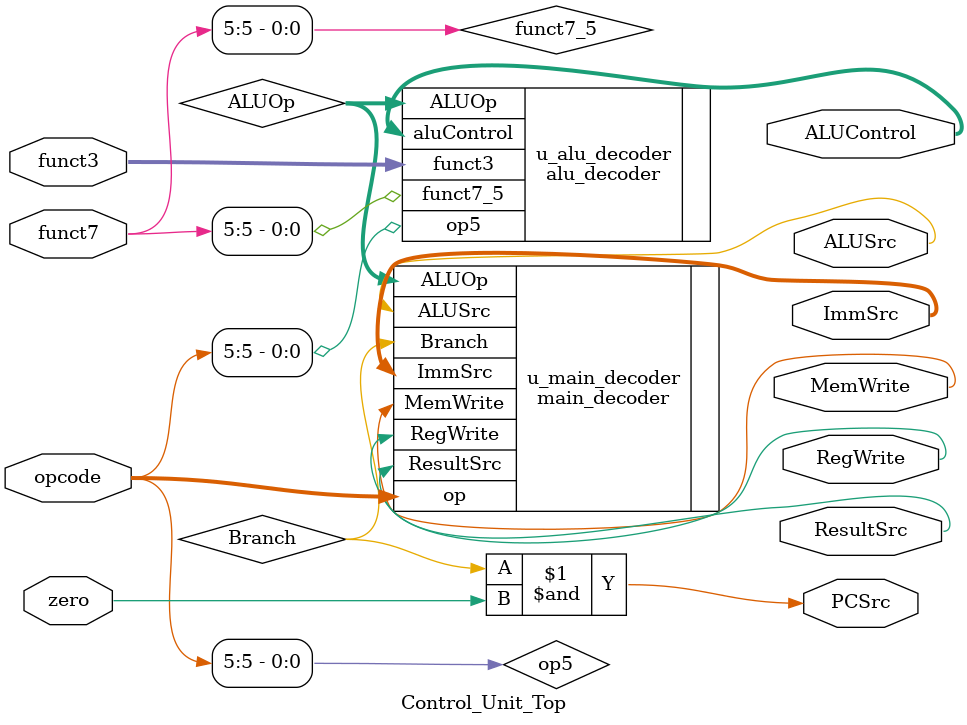
<source format=v>
`include "alu_decoder.v"
`include "main_decoder.v"

module Control_Unit_Top (
    input  [6:0] opcode, funct7,
    input  [2:0] funct3,
    input        zero,
    output       RegWrite, MemWrite, PCSrc, ALUSrc, ResultSrc,
    output [1:0] ImmSrc,
    output [2:0] ALUControl
);
    wire [1:0] ALUOp;
    wire       Branch;
    wire       op5      = opcode[5];
    wire       funct7_5 = funct7[5];

    main_decoder u_main_decoder (
        .op(opcode),
        .RegWrite(RegWrite),
        .MemWrite(MemWrite),
        .ResultSrc(ResultSrc),
        .ALUSrc(ALUSrc),
        .ImmSrc(ImmSrc),
        .ALUOp(ALUOp),
        .Branch(Branch)
    );

    alu_decoder u_alu_decoder (
        .ALUOp(ALUOp),
        .op5(op5),
        .funct7_5(funct7_5),
        .funct3(funct3),
        .aluControl(ALUControl)
    );

    assign PCSrc = Branch & zero;
endmodule
</source>
